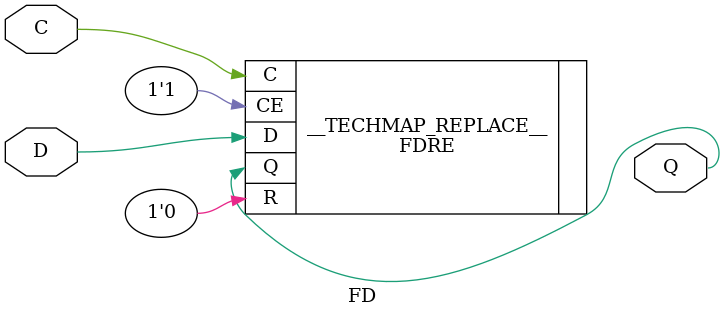
<source format=v>
module FD (output reg Q, input C, D);

parameter [0:0] INIT = 1'b0;

FDRE #(.INIT(INIT)) __TECHMAP_REPLACE__ (.Q(Q), .C(C), .D(D), .CE(1'b1), .R(1'b0));

endmodule


</source>
